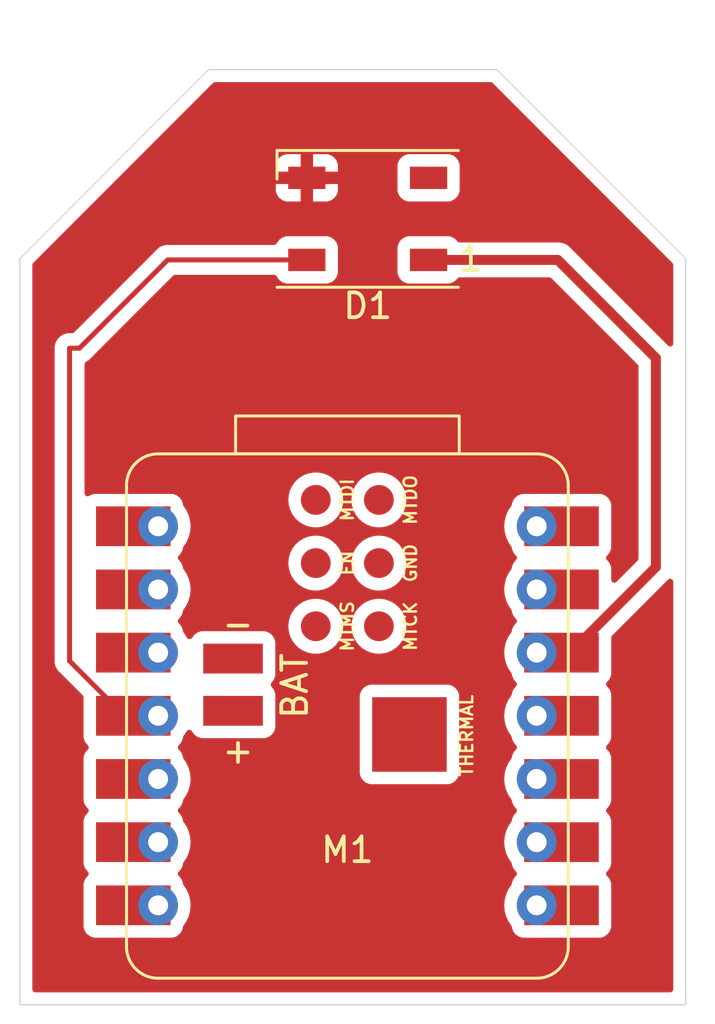
<source format=kicad_pcb>
(kicad_pcb (version 20240108) (generator "pcbnew") (generator_version "8.0")
  (layers (0 "F.Cu" signal) (31 "B.Cu" signal) (34 "B.Paste" user) (35 "F.Paste" user) (36 "B.SilkS" user "B.Silkscreen") (37 "F.SilkS" user "F.Silkscreen") (38 "B.Mask" user) (39 "F.Mask" user) (44 "Edge.Cuts" user))
  (net 0 "")
  (net 1 "PWR")
  (net 2 "gp")
  (net 25 "GND")
  (footprint "LED_SMD:LED_WS2812B_PLCC4_5.0x5.0mm_P3.2mm" (layer "F.Cu") (at 134 80 180)
    (property "Reference" "D1" (at 0 -3.5 180) (layer "F.SilkS"))
    (property "Value" "WS2812B")
    (fp_line (start 3.65 2.75) (end 3.65 1.6) (stroke (width 0.12)) (layer "F.SilkS"))
    (fp_line (start -3.65 2.75) (end 3.65 2.75) (stroke (width 0.12)) (layer "F.SilkS"))
    (fp_line (start -3.65 -2.75) (end 3.65 -2.75) (stroke (width 0.12)) (layer "F.SilkS"))
    (fp_text user "1" (at -4.15 -1.6 180) (layer "F.SilkS"))
    (pad "1" smd rect (at -2.45 -1.65 180) (size 1.5 0.9) (layers "F.Cu" "F.Paste" "F.Mask") (net 1 "PWR"))
    (pad "2" smd rect (at -2.45 1.65 180) (size 1.5 0.9) (layers "F.Cu" "F.Paste" "F.Mask"))
    (pad "3" smd rect (at 2.45 1.65 180) (size 1.5 0.9) (layers "F.Cu" "F.Paste" "F.Mask") (net 25 "GND"))
    (pad "4" smd rect (at 2.45 -1.65 180) (size 1.5 0.9) (layers "F.Cu" "F.Paste" "F.Mask") (net 2 "gp"))
  )
  (footprint "fab:SeeedStudio_XIAO_ESP32C3" (layer "F.Cu") (at 133.18 99.98)
    (property "Reference" "M1" (at 0 5.39 0) (layer "F.SilkS"))
    (property "Value" "Module_XIAO-ESP32C3")
    (fp_line (start -8.8875 9.281) (end -8.8875 -9.261) (stroke (width 0.12)) (layer "F.SilkS"))
    (fp_line (start -7.6175 -10.531) (end 7.6225 -10.531) (stroke (width 0.12)) (layer "F.SilkS"))
    (fp_line (start 7.6225 10.551) (end -7.6175 10.551) (stroke (width 0.12)) (layer "F.SilkS"))
    (fp_line (start 8.8925 -9.261) (end 8.8925 9.281) (stroke (width 0.12)) (layer "F.SilkS"))
    (fp_rect (start -4.4975 -10.531) (end 4.5025 -12.055) (stroke (width 0.12)) (fill none) (layer "F.SilkS"))
    (fp_arc (start -8.8875 -9.261) (mid -8.515526 -10.159026) (end -7.6175 -10.531) (stroke (width 0.12)) (layer "F.SilkS"))
    (fp_arc (start -7.6175 10.551) (mid -8.515526 10.179026) (end -8.8875 9.281) (stroke (width 0.12)) (layer "F.SilkS"))
    (fp_arc (start 7.6225 -10.531) (mid 8.520526 -10.159026) (end 8.8925 -9.261) (stroke (width 0.12)) (layer "F.SilkS"))
    (fp_arc (start 8.8925 9.281) (mid 8.520526 10.179026) (end 7.6225 10.551) (stroke (width 0.12)) (layer "F.SilkS"))
    (fp_text user "EN" (at 0 -6.14 90) (layer "F.SilkS") (effects (font (size 0.5 0.5) (thickness 0.1) (bold yes))))
    (fp_text user "GND" (at 2.54 -6.14 90) (layer "F.SilkS") (effects (font (size 0.5 0.5) (thickness 0.1) (bold yes))))
    (fp_text user "MTDI" (at 0 -8.68 90) (layer "F.SilkS") (effects (font (size 0.5 0.5) (thickness 0.1) (bold yes))))
    (fp_text user "-" (at -4.4 -3.7 0) (layer "F.SilkS"))
    (fp_text user "+" (at -4.4 1.4 0) (layer "F.SilkS"))
    (fp_text user "THERMAL" (at 4.8 0.8 90) (layer "F.SilkS") (effects (font (size 0.5 0.5) (thickness 0.1) (bold yes))))
    (fp_text user "MTCK" (at 2.54 -3.6 90) (layer "F.SilkS") (effects (font (size 0.5 0.5) (thickness 0.1) (bold yes))))
    (fp_text user "MTDO" (at 2.54 -8.68 90) (layer "F.SilkS") (effects (font (size 0.5 0.5) (thickness 0.1) (bold yes))))
    (fp_text user "MTMS" (at 0 -3.6 90) (layer "F.SilkS") (effects (font (size 0.5 0.5) (thickness 0.1) (bold yes))))
    (fp_text user "BAT" (at -2.7 -1.2 90) (layer "F.SilkS") (effects (justify top)))
    (pad "1" thru_hole circle (at -7.615 -7.62) (size 1.6 1.6) (drill 0.8) (layers "*.Cu" "*.Mask"))
    (pad "1" smd rect (at -7.615 -7.62) (size 3 1.6) (drill (offset -1 0)) (layers "F.Cu" "F.Paste" "F.Mask"))
    (pad "2" thru_hole circle (at -7.615 -5.08) (size 1.6 1.6) (drill 0.8) (layers "*.Cu" "*.Mask"))
    (pad "2" smd rect (at -7.615 -5.08) (size 3 1.6) (drill (offset -1 0)) (layers "F.Cu" "F.Paste" "F.Mask"))
    (pad "3" thru_hole circle (at -7.615 -2.54) (size 1.6 1.6) (drill 0.8) (layers "*.Cu" "*.Mask"))
    (pad "3" smd rect (at -7.615 -2.54) (size 3 1.6) (drill (offset -1 0)) (layers "F.Cu" "F.Paste" "F.Mask"))
    (pad "4" thru_hole circle (at -7.615 0) (size 1.6 1.6) (drill 0.8) (layers "*.Cu" "*.Mask") (net 2 "gp"))
    (pad "4" smd rect (at -7.615 0) (size 3 1.6) (drill (offset -1 0)) (layers "F.Cu" "F.Paste" "F.Mask") (net 2 "gp"))
    (pad "5" thru_hole circle (at -7.615 2.54) (size 1.6 1.6) (drill 0.8) (layers "*.Cu" "*.Mask"))
    (pad "5" smd rect (at -7.615 2.54) (size 3 1.6) (drill (offset -1 0)) (layers "F.Cu" "F.Paste" "F.Mask"))
    (pad "6" thru_hole circle (at -7.615 5.08) (size 1.6 1.6) (drill 0.8) (layers "*.Cu" "*.Mask"))
    (pad "6" smd rect (at -7.615 5.08) (size 3 1.6) (drill (offset -1 0)) (layers "F.Cu" "F.Paste" "F.Mask"))
    (pad "7" thru_hole circle (at -7.615 7.62) (size 1.6 1.6) (drill 0.8) (layers "*.Cu" "*.Mask"))
    (pad "7" smd rect (at -7.615 7.62) (size 3 1.6) (drill (offset -1 0)) (layers "F.Cu" "F.Paste" "F.Mask"))
    (pad "8" thru_hole circle (at 7.62 7.62) (size 1.6 1.6) (drill 0.8) (layers "*.Cu" "*.Mask"))
    (pad "8" smd rect (at 7.62 7.62) (size 3 1.6) (drill (offset 1 0)) (layers "F.Cu" "F.Paste" "F.Mask"))
    (pad "9" thru_hole circle (at 7.62 5.08) (size 1.6 1.6) (drill 0.8) (layers "*.Cu" "*.Mask"))
    (pad "9" smd rect (at 7.62 5.08) (size 3 1.6) (drill (offset 1 0)) (layers "F.Cu" "F.Paste" "F.Mask"))
    (pad "10" thru_hole circle (at 7.62 2.54) (size 1.6 1.6) (drill 0.8) (layers "*.Cu" "*.Mask"))
    (pad "10" smd rect (at 7.62 2.54) (size 3 1.6) (drill (offset 1 0)) (layers "F.Cu" "F.Paste" "F.Mask"))
    (pad "11" thru_hole circle (at 7.62 0) (size 1.6 1.6) (drill 0.8) (layers "*.Cu" "*.Mask"))
    (pad "11" smd rect (at 7.62 0) (size 3 1.6) (drill (offset 1 0)) (layers "F.Cu" "F.Paste" "F.Mask"))
    (pad "12" thru_hole circle (at 7.62 -2.54) (size 1.6 1.6) (drill 0.8) (layers "*.Cu" "*.Mask") (net 1 "PWR"))
    (pad "12" smd rect (at 7.62 -2.54) (size 3 1.6) (drill (offset 1 0)) (layers "F.Cu" "F.Paste" "F.Mask") (net 1 "PWR"))
    (pad "13" thru_hole circle (at 7.62 -5.08) (size 1.6 1.6) (drill 0.8) (layers "*.Cu" "*.Mask"))
    (pad "13" smd rect (at 7.62 -5.08) (size 3 1.6) (drill (offset 1 0)) (layers "F.Cu" "F.Paste" "F.Mask"))
    (pad "14" thru_hole circle (at 7.62 -7.62) (size 1.6 1.6) (drill 0.8) (layers "*.Cu" "*.Mask"))
    (pad "14" smd rect (at 7.62 -7.62) (size 3 1.6) (drill (offset 1 0)) (layers "F.Cu" "F.Paste" "F.Mask"))
    (pad "15" smd rect (at -4.6 -2.3) (size 2.4 1.2) (layers "F.Cu" "F.Paste" "F.Mask"))
    (pad "16" smd rect (at -4.6 -0.2) (size 2.4 1.2) (layers "F.Cu" "F.Paste" "F.Mask"))
    (pad "17" smd circle (at -1.27 -8.68) (size 1.2 1.2) (layers "F.Cu" "F.Paste" "F.Mask"))
    (pad "18" smd circle (at -1.27 -6.14) (size 1.2 1.2) (layers "F.Cu" "F.Paste" "F.Mask"))
    (pad "19" smd circle (at -1.27 -3.6) (size 1.2 1.2) (layers "F.Cu" "F.Paste" "F.Mask"))
    (pad "20" smd circle (at 1.27 -3.6) (size 1.2 1.2) (layers "F.Cu" "F.Paste" "F.Mask"))
    (pad "21" smd circle (at 1.27 -6.14) (size 1.2 1.2) (layers "F.Cu" "F.Paste" "F.Mask"))
    (pad "22" smd circle (at 1.27 -8.68) (size 1.2 1.2) (layers "F.Cu" "F.Paste" "F.Mask"))
    (pad "23" smd rect (at 2.5 0.75) (size 3 3) (layers "F.Cu" "F.Paste" "F.Mask"))
  )
  (gr_line (start 120 111.6) (end 120 81.6) (stroke (width 0.05)) (layer "Edge.Cuts"))
  (gr_line (start 139.2 74) (end 146.8 81.6) (stroke (width 0.05)) (layer "Edge.Cuts"))
  (gr_line (start 146.8 111.6) (end 120 111.6) (stroke (width 0.05)) (layer "Edge.Cuts"))
  (gr_line (start 120 81.6) (end 127.6 74) (stroke (width 0.05)) (layer "Edge.Cuts"))
  (gr_line (start 127.6 74) (end 139.2 74) (stroke (width 0.05)) (layer "Edge.Cuts"))
  (gr_line (start 146.8 81.6) (end 146.8 111.6) (stroke (width 0.05)) (layer "Edge.Cuts"))
  (segment (start 145.6 94) (end 145.6 85.6) (width 0.4) (layer "F.Cu") (net 1))
  (segment (start 145.6 85.6) (end 141.65 81.65) (width 0.4) (layer "F.Cu") (net 1))
  (segment (start 140.8 97.44) (end 142.16 97.44) (width 0.2) (layer "F.Cu") (net 1))
  (segment (start 142.16 97.44) (end 145.6 94) (width 0.4) (layer "F.Cu") (net 1))
  (segment (start 141.65 81.65) (end 136.45 81.65) (width 0.4) (layer "F.Cu") (net 1))
  (segment (start 125.95 81.65) (end 131.55 81.65) (width 0.2) (layer "F.Cu") (net 2))
  (segment (start 122 97.775) (end 122 85.2) (width 0.2) (layer "F.Cu") (net 2))
  (segment (start 125.565 99.98) (end 124.205 99.98) (width 0.2) (layer "F.Cu") (net 2))
  (segment (start 122 85.2) (end 122.4 85.2) (width 0.2) (layer "F.Cu") (net 2))
  (segment (start 122.4 85.2) (end 125.95 81.65) (width 0.2) (layer "F.Cu") (net 2))
  (segment (start 124.205 99.98) (end 122 97.775) (width 0.2) (layer "F.Cu") (net 2))
  (zone (net 25) (net_name "GND") (layer "F.Cu") (connect_pads (clearance 0.5)) (min_thickness 0.25) (fill yes (thermal_gap 0.5) (thermal_bridge_width 0.5))
    (polygon (pts (xy 119.2 72) (xy 148 72) (xy 147.2 71.2) (xy 147.2 112.385653) (xy 119.251519 112.051519) (xy 119.218751 110.613192)))
  )
)
</source>
